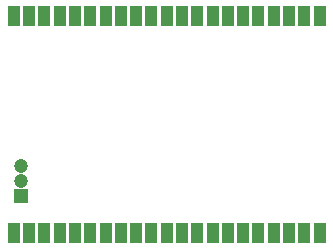
<source format=gbs>
G04*
G04 #@! TF.GenerationSoftware,Altium Limited,Altium Designer,20.0.2 (26)*
G04*
G04 Layer_Color=16711935*
%FSLAX25Y25*%
%MOIN*%
G70*
G01*
G75*
%ADD23C,0.04737*%
%ADD24R,0.04737X0.04737*%
%ADD40R,0.03950X0.06706*%
D23*
X4189Y23354D02*
D03*
Y18354D02*
D03*
D24*
Y13354D02*
D03*
D40*
X98757Y1181D02*
D03*
X93662D02*
D03*
X103851D02*
D03*
X88568D02*
D03*
X58000D02*
D03*
X63095D02*
D03*
X68189D02*
D03*
X73284D02*
D03*
X78378D02*
D03*
X83473D02*
D03*
X52906D02*
D03*
X47811D02*
D03*
X42717D02*
D03*
X12156D02*
D03*
X17249D02*
D03*
X22343D02*
D03*
X27436D02*
D03*
X32530D02*
D03*
X37623D02*
D03*
X7062D02*
D03*
X1969D02*
D03*
X7063Y73622D02*
D03*
X12158D02*
D03*
X1969D02*
D03*
X17252D02*
D03*
X47820D02*
D03*
X42725D02*
D03*
X37630D02*
D03*
X32536D02*
D03*
X27441D02*
D03*
X22347D02*
D03*
X52914D02*
D03*
X58009D02*
D03*
X63103D02*
D03*
X93664D02*
D03*
X88571D02*
D03*
X83477D02*
D03*
X78384D02*
D03*
X73290D02*
D03*
X68197D02*
D03*
X98758D02*
D03*
X103851D02*
D03*
M02*

</source>
